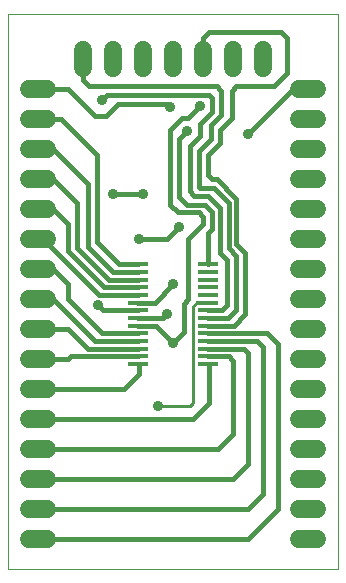
<source format=gtl>
G75*
%MOIN*%
%OFA0B0*%
%FSLAX24Y24*%
%IPPOS*%
%LPD*%
%AMOC8*
5,1,8,0,0,1.08239X$1,22.5*
%
%ADD10C,0.0000*%
%ADD11C,0.0600*%
%ADD12R,0.0700X0.0170*%
%ADD13C,0.0160*%
%ADD14C,0.0360*%
%ADD15C,0.0100*%
D10*
X000100Y000100D02*
X000100Y018600D01*
X011100Y018600D01*
X011100Y000100D01*
X000100Y000100D01*
D11*
X000800Y001100D02*
X001400Y001100D01*
X001400Y002100D02*
X000800Y002100D01*
X000800Y003100D02*
X001400Y003100D01*
X001400Y004100D02*
X000800Y004100D01*
X000800Y005100D02*
X001400Y005100D01*
X001400Y006100D02*
X000800Y006100D01*
X000800Y007100D02*
X001400Y007100D01*
X001400Y008100D02*
X000800Y008100D01*
X000800Y009100D02*
X001400Y009100D01*
X001400Y010100D02*
X000800Y010100D01*
X000800Y011100D02*
X001400Y011100D01*
X001400Y012100D02*
X000800Y012100D01*
X000800Y013100D02*
X001400Y013100D01*
X001400Y014100D02*
X000800Y014100D01*
X000800Y015100D02*
X001400Y015100D01*
X001400Y016100D02*
X000800Y016100D01*
X002600Y016800D02*
X002600Y017400D01*
X003600Y017400D02*
X003600Y016800D01*
X004600Y016800D02*
X004600Y017400D01*
X005600Y017400D02*
X005600Y016800D01*
X006600Y016800D02*
X006600Y017400D01*
X007600Y017400D02*
X007600Y016800D01*
X008600Y016800D02*
X008600Y017400D01*
X009800Y016100D02*
X010400Y016100D01*
X010400Y015100D02*
X009800Y015100D01*
X009800Y014100D02*
X010400Y014100D01*
X010400Y013100D02*
X009800Y013100D01*
X009800Y012100D02*
X010400Y012100D01*
X010400Y011100D02*
X009800Y011100D01*
X009800Y010100D02*
X010400Y010100D01*
X010400Y009100D02*
X009800Y009100D01*
X009800Y008100D02*
X010400Y008100D01*
X010400Y007100D02*
X009800Y007100D01*
X009800Y006100D02*
X010400Y006100D01*
X010400Y005100D02*
X009800Y005100D01*
X009800Y004100D02*
X010400Y004100D01*
X010400Y003100D02*
X009800Y003100D01*
X009800Y002100D02*
X010400Y002100D01*
X010400Y001100D02*
X009800Y001100D01*
D12*
X006770Y006936D03*
X006770Y007192D03*
X006770Y007448D03*
X006770Y007704D03*
X006770Y007960D03*
X006770Y008216D03*
X006770Y008472D03*
X006770Y008728D03*
X006770Y008984D03*
X006770Y009240D03*
X006770Y009496D03*
X006770Y009752D03*
X006770Y010008D03*
X006770Y010264D03*
X004430Y010264D03*
X004430Y010008D03*
X004430Y009752D03*
X004430Y009496D03*
X004430Y009240D03*
X004430Y008984D03*
X004430Y008728D03*
X004430Y008472D03*
X004430Y008216D03*
X004430Y007960D03*
X004430Y007704D03*
X004430Y007448D03*
X004430Y007192D03*
X004430Y006936D03*
D13*
X004450Y006916D01*
X004450Y006600D01*
X003950Y006100D01*
X001100Y006100D01*
X001100Y005100D02*
X006250Y005100D01*
X006800Y005650D01*
X006800Y006906D01*
X006770Y006936D01*
X006770Y007192D02*
X006778Y007200D01*
X007450Y007200D01*
X007600Y007050D01*
X007600Y004600D01*
X007100Y004100D01*
X001100Y004100D01*
X001100Y003100D02*
X007600Y003100D01*
X008100Y003600D01*
X008100Y007300D01*
X007950Y007450D01*
X006772Y007450D01*
X006770Y007448D01*
X006774Y007700D02*
X006770Y007704D01*
X006774Y007700D02*
X008400Y007700D01*
X008600Y007500D01*
X008600Y002600D01*
X008100Y002100D01*
X001100Y002100D01*
X001100Y001100D02*
X008100Y001100D01*
X009100Y002100D01*
X009100Y007600D01*
X008740Y007960D01*
X006770Y007960D01*
X006770Y008216D02*
X007616Y008216D01*
X008000Y008600D01*
X008000Y010650D01*
X007700Y010950D01*
X007700Y012450D01*
X007050Y013100D01*
X006900Y013100D01*
X006750Y013250D01*
X006750Y013900D01*
X007150Y014300D01*
X007150Y014750D01*
X007550Y015150D01*
X007550Y016050D01*
X007700Y016200D01*
X008950Y016200D01*
X009400Y016650D01*
X009400Y017800D01*
X009200Y018000D01*
X006800Y018000D01*
X006600Y017800D01*
X006600Y017100D01*
X007050Y016200D02*
X007200Y016050D01*
X007200Y015250D01*
X006850Y014900D01*
X006850Y014450D01*
X006450Y014050D01*
X006450Y012850D01*
X006500Y012800D01*
X006950Y012800D01*
X007450Y012300D01*
X007450Y010800D01*
X007700Y010550D01*
X007700Y008750D01*
X007422Y008472D01*
X006770Y008472D01*
X006770Y008728D02*
X007228Y008728D01*
X007400Y008900D01*
X007400Y010400D01*
X007150Y010650D01*
X007150Y012150D01*
X006750Y012550D01*
X006300Y012550D01*
X006150Y012700D01*
X006150Y014200D01*
X006500Y014550D01*
X006500Y014950D01*
X006900Y015350D01*
X006900Y015800D01*
X006800Y015900D01*
X003400Y015900D01*
X003225Y015725D01*
X003350Y015200D02*
X003000Y015200D01*
X002100Y016100D01*
X001100Y016100D01*
X001100Y015100D02*
X001850Y015100D01*
X003050Y013900D01*
X003050Y011000D01*
X003786Y010264D01*
X004430Y010264D01*
X004430Y010008D02*
X003592Y010008D01*
X002750Y010850D01*
X002750Y012950D01*
X001600Y014100D01*
X001100Y014100D01*
X001100Y013100D02*
X001600Y013100D01*
X002400Y012300D01*
X002400Y010800D01*
X003448Y009752D01*
X004430Y009752D01*
X004430Y009496D02*
X003304Y009496D01*
X002100Y010700D01*
X002100Y011600D01*
X001600Y012100D01*
X001100Y012100D01*
X001100Y011100D02*
X001250Y011100D01*
X003110Y009240D01*
X004430Y009240D01*
X004430Y008984D02*
X004984Y008984D01*
X005600Y009600D01*
X006100Y009100D02*
X005950Y008950D01*
X005950Y008000D01*
X005600Y007650D01*
X005034Y008216D01*
X004430Y008216D01*
X004430Y007960D02*
X003240Y007960D01*
X002100Y009100D01*
X002100Y009600D01*
X001600Y010100D01*
X001100Y010100D01*
X001100Y009100D02*
X001600Y009100D01*
X002996Y007704D01*
X004430Y007704D01*
X004430Y007448D02*
X002752Y007448D01*
X002100Y008100D01*
X001100Y008100D01*
X001100Y007100D02*
X002100Y007100D01*
X002192Y007192D01*
X004430Y007192D01*
X004430Y008472D02*
X005272Y008472D01*
X005400Y008600D01*
X006100Y009100D02*
X006100Y011100D01*
X006600Y011600D01*
X006600Y011850D01*
X006450Y012000D01*
X005750Y012000D01*
X005500Y012250D01*
X005500Y014750D01*
X005900Y015150D01*
X006100Y015150D01*
X006500Y015550D01*
X007050Y016200D02*
X002800Y016200D01*
X002600Y016400D01*
X002600Y017100D01*
X003750Y015600D02*
X003350Y015200D01*
X003750Y015600D02*
X005400Y015600D01*
X005500Y015500D01*
X006050Y014700D02*
X005800Y014450D01*
X005800Y012500D01*
X006050Y012250D01*
X006650Y012250D01*
X006900Y012000D01*
X006900Y011450D01*
X006770Y011320D01*
X006770Y010264D01*
X005800Y011500D02*
X005400Y011100D01*
X004450Y011100D01*
X004600Y012600D02*
X003600Y012600D01*
X003100Y008900D02*
X003272Y008728D01*
X004430Y008728D01*
X008100Y014600D02*
X009600Y016100D01*
X010100Y016100D01*
D14*
X008100Y014600D03*
X006500Y015550D03*
X006050Y014700D03*
X005500Y015500D03*
X004600Y012600D03*
X004450Y011100D03*
X003600Y012600D03*
X003225Y015725D03*
X005800Y011500D03*
X005600Y009600D03*
X005400Y008600D03*
X005600Y007650D03*
X005100Y005550D03*
X003100Y008900D03*
D15*
X005100Y005550D02*
X006150Y005550D01*
X006250Y005650D01*
X006250Y008850D01*
X006400Y009000D01*
X006754Y009000D01*
X006770Y008984D01*
M02*

</source>
